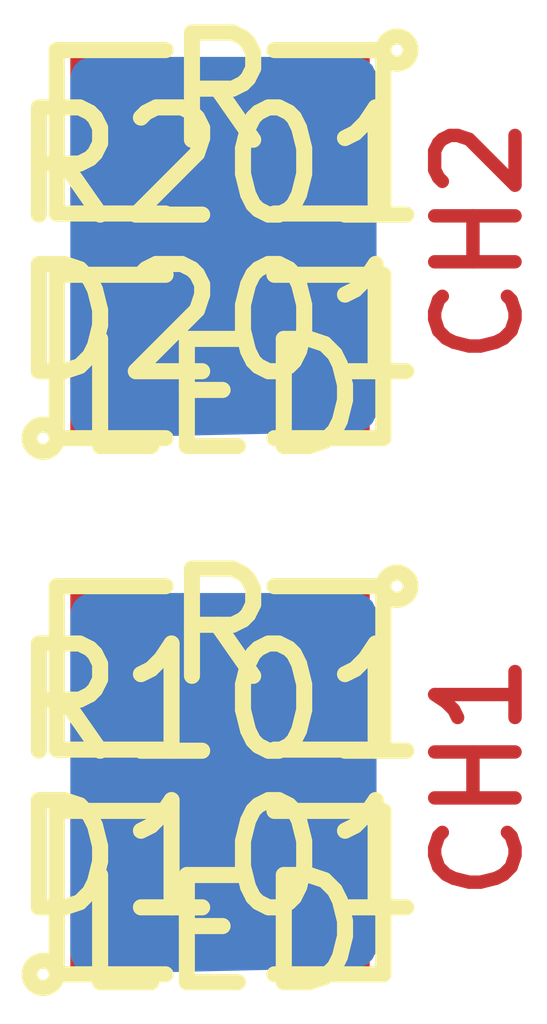
<source format=kicad_pcb>
(kicad_pcb (version 4) (host pcbnew "(2015-02-01 BZR 5398)-product")

  (general
    (links 0)
    (no_connects 0)
    (area 0 0 0 0)
    (thickness 1.6)
    (drawings 2)
    (tracks 2)
    (zones 0)
    (modules 4)
    (nets 2)
  )

  (page A4)
  (layers
    (0 F.Cu signal)
    (31 B.Cu signal)
    (32 B.Adhes user)
    (33 F.Adhes user)
    (34 B.Paste user)
    (35 F.Paste user)
    (36 B.SilkS user)
    (37 F.SilkS user)
    (38 B.Mask user)
    (39 F.Mask user)
    (40 Dwgs.User user)
    (41 Cmts.User user)
    (42 Eco1.User user)
    (43 Eco2.User user)
    (44 Edge.Cuts user)
    (45 Margin user)
    (46 B.CrtYd user)
    (47 F.CrtYd user)
    (48 B.Fab user)
    (49 F.Fab user)
  )

  (setup
    (last_trace_width 0.254)
    (trace_clearance 0.254)
    (zone_clearance 0.508)
    (zone_45_only no)
    (trace_min 0.254)
    (segment_width 0.2)
    (edge_width 0.1)
    (via_size 0.889)
    (via_drill 0.635)
    (via_min_size 0.889)
    (via_min_drill 0.508)
    (uvia_size 0.508)
    (uvia_drill 0.127)
    (uvias_allowed no)
    (uvia_min_size 0.508)
    (uvia_min_drill 0.127)
    (pcb_text_width 0.3)
    (pcb_text_size 1.5 1.5)
    (mod_edge_width 0.15)
    (mod_text_size 1 1)
    (mod_text_width 0.15)
    (pad_size 1.5 1.5)
    (pad_drill 0.6)
    (pad_to_mask_clearance 0)
    (aux_axis_origin 0 0)
    (visible_elements FFFFFF7F)
    (pcbplotparams
      (layerselection 0x00030_80000001)
      (usegerberextensions false)
      (excludeedgelayer true)
      (linewidth 0.100000)
      (plotframeref false)
      (viasonmask false)
      (mode 1)
      (useauxorigin false)
      (hpglpennumber 1)
      (hpglpenspeed 20)
      (hpglpendiameter 15)
      (hpglpenoverlay 2)
      (psnegative false)
      (psa4output false)
      (plotreference true)
      (plotvalue true)
      (plotinvisibletext false)
      (padsonsilk false)
      (subtractmaskfromsilk false)
      (outputformat 1)
      (mirror false)
      (drillshape 1)
      (scaleselection 1)
      (outputdirectory ""))
  )

  (net 0 "")
  (net 1 "Net-(D1-Pad2)")

  (net_class Default "This is the default net class."
    (clearance 0.254)
    (trace_width 0.254)
    (via_dia 0.889)
    (via_drill 0.635)
    (uvia_dia 0.508)
    (uvia_drill 0.127)
  )

  (module SMD_Packages:SMD-0805 (layer F.Cu) (tedit 54CE0B05) (tstamp 54CE22E0)
    (at 148.463 99.902 180)
    (path /54CE04A8)
    (attr smd)
    (fp_text reference R201 (at 0 -0.3175 180) (layer F.SilkS)
      (effects (font (size 1 1) (thickness 0.15)))
    )
    (fp_text value R (at 0 0.381 180) (layer F.SilkS)
      (effects (font (size 1 1) (thickness 0.15)))
    )
    (fp_circle (center -1.651 0.762) (end -1.651 0.635) (layer F.SilkS) (width 0.15))
    (fp_line (start -0.508 0.762) (end -1.524 0.762) (layer F.SilkS) (width 0.15))
    (fp_line (start -1.524 0.762) (end -1.524 -0.762) (layer F.SilkS) (width 0.15))
    (fp_line (start -1.524 -0.762) (end -0.508 -0.762) (layer F.SilkS) (width 0.15))
    (fp_line (start 0.508 -0.762) (end 1.524 -0.762) (layer F.SilkS) (width 0.15))
    (fp_line (start 1.524 -0.762) (end 1.524 0.762) (layer F.SilkS) (width 0.15))
    (fp_line (start 1.524 0.762) (end 0.508 0.762) (layer F.SilkS) (width 0.15))
    (pad 1 smd rect (at -0.9525 0 180) (size 0.889 1.397) (layers F.Cu F.Paste F.Mask)
      (net 1 "Net-(D1-Pad2)"))
    (pad 2 smd rect (at 0.9525 0 180) (size 0.889 1.397) (layers F.Cu F.Paste F.Mask))
    (model SMD_Packages/SMD-0805.wrl
      (at (xyz 0 0 0))
      (scale (xyz 0.1 0.1 0.1))
      (rotate (xyz 0 0 0))
    )
  )

  (module SMD_Packages:SMD-0805 (layer F.Cu) (tedit 54CE0B05) (tstamp 54CE22D4)
    (at 148.463 101.9975)
    (path /54CE0528)
    (attr smd)
    (fp_text reference D201 (at 0 -0.3175) (layer F.SilkS)
      (effects (font (size 1 1) (thickness 0.15)))
    )
    (fp_text value LED (at 0 0.381) (layer F.SilkS)
      (effects (font (size 1 1) (thickness 0.15)))
    )
    (fp_circle (center -1.651 0.762) (end -1.651 0.635) (layer F.SilkS) (width 0.15))
    (fp_line (start -0.508 0.762) (end -1.524 0.762) (layer F.SilkS) (width 0.15))
    (fp_line (start -1.524 0.762) (end -1.524 -0.762) (layer F.SilkS) (width 0.15))
    (fp_line (start -1.524 -0.762) (end -0.508 -0.762) (layer F.SilkS) (width 0.15))
    (fp_line (start 0.508 -0.762) (end 1.524 -0.762) (layer F.SilkS) (width 0.15))
    (fp_line (start 1.524 -0.762) (end 1.524 0.762) (layer F.SilkS) (width 0.15))
    (fp_line (start 1.524 0.762) (end 0.508 0.762) (layer F.SilkS) (width 0.15))
    (pad 1 smd rect (at -0.9525 0) (size 0.889 1.397) (layers F.Cu F.Paste F.Mask))
    (pad 2 smd rect (at 0.9525 0) (size 0.889 1.397) (layers F.Cu F.Paste F.Mask)
      (net 1 "Net-(D1-Pad2)"))
    (model SMD_Packages/SMD-0805.wrl
      (at (xyz 0 0 0))
      (scale (xyz 0.1 0.1 0.1))
      (rotate (xyz 0 0 0))
    )
  )

  (module SMD_Packages:SMD-0805 (layer F.Cu) (tedit 54CE0B05) (tstamp 54CE0B1D)
    (at 148.463 106.9975)
    (path /54CE0528)
    (attr smd)
    (fp_text reference D101 (at 0 -0.3175) (layer F.SilkS)
      (effects (font (size 1 1) (thickness 0.15)))
    )
    (fp_text value LED (at 0 0.381) (layer F.SilkS)
      (effects (font (size 1 1) (thickness 0.15)))
    )
    (fp_circle (center -1.651 0.762) (end -1.651 0.635) (layer F.SilkS) (width 0.15))
    (fp_line (start -0.508 0.762) (end -1.524 0.762) (layer F.SilkS) (width 0.15))
    (fp_line (start -1.524 0.762) (end -1.524 -0.762) (layer F.SilkS) (width 0.15))
    (fp_line (start -1.524 -0.762) (end -0.508 -0.762) (layer F.SilkS) (width 0.15))
    (fp_line (start 0.508 -0.762) (end 1.524 -0.762) (layer F.SilkS) (width 0.15))
    (fp_line (start 1.524 -0.762) (end 1.524 0.762) (layer F.SilkS) (width 0.15))
    (fp_line (start 1.524 0.762) (end 0.508 0.762) (layer F.SilkS) (width 0.15))
    (pad 1 smd rect (at -0.9525 0) (size 0.889 1.397) (layers F.Cu F.Paste F.Mask))
    (pad 2 smd rect (at 0.9525 0) (size 0.889 1.397) (layers F.Cu F.Paste F.Mask)
      (net 1 "Net-(D1-Pad2)"))
    (model SMD_Packages/SMD-0805.wrl
      (at (xyz 0 0 0))
      (scale (xyz 0.1 0.1 0.1))
      (rotate (xyz 0 0 0))
    )
  )

  (module SMD_Packages:SMD-0805 (layer F.Cu) (tedit 54CE0B05) (tstamp 54CE0B2A)
    (at 148.463 104.902 180)
    (path /54CE04A8)
    (attr smd)
    (fp_text reference R101 (at 0 -0.3175 180) (layer F.SilkS)
      (effects (font (size 1 1) (thickness 0.15)))
    )
    (fp_text value R (at 0 0.381 180) (layer F.SilkS)
      (effects (font (size 1 1) (thickness 0.15)))
    )
    (fp_circle (center -1.651 0.762) (end -1.651 0.635) (layer F.SilkS) (width 0.15))
    (fp_line (start -0.508 0.762) (end -1.524 0.762) (layer F.SilkS) (width 0.15))
    (fp_line (start -1.524 0.762) (end -1.524 -0.762) (layer F.SilkS) (width 0.15))
    (fp_line (start -1.524 -0.762) (end -0.508 -0.762) (layer F.SilkS) (width 0.15))
    (fp_line (start 0.508 -0.762) (end 1.524 -0.762) (layer F.SilkS) (width 0.15))
    (fp_line (start 1.524 -0.762) (end 1.524 0.762) (layer F.SilkS) (width 0.15))
    (fp_line (start 1.524 0.762) (end 0.508 0.762) (layer F.SilkS) (width 0.15))
    (pad 1 smd rect (at -0.9525 0 180) (size 0.889 1.397) (layers F.Cu F.Paste F.Mask)
      (net 1 "Net-(D1-Pad2)"))
    (pad 2 smd rect (at 0.9525 0 180) (size 0.889 1.397) (layers F.Cu F.Paste F.Mask))
    (model SMD_Packages/SMD-0805.wrl
      (at (xyz 0 0 0))
      (scale (xyz 0.1 0.1 0.1))
      (rotate (xyz 0 0 0))
    )
  )

  (gr_text CH2 (at 150.876 100.918 90) (layer F.Cu) (tstamp 54CE22D2)
    (effects (font (size 0.75 0.75) (thickness 0.125)))
  )
  (gr_text CH1 (at 150.876 105.918 90) (layer F.Cu)
    (effects (font (size 0.75 0.75) (thickness 0.125)))
  )

  (segment (start 149.4155 99.902) (end 149.4155 101.9975) (width 0.254) (layer F.Cu) (net 1) (tstamp 54CE22D3))
  (segment (start 149.4155 104.902) (end 149.4155 106.9975) (width 0.254) (layer F.Cu) (net 1))

  (zone (net 0) (net_name "") (layer B.Cu) (tstamp 54CE0B9B) (hatch edge 0.508)
    (connect_pads (clearance 0.508))
    (min_thickness 0.4)
    (fill yes (arc_segments 16) (thermal_gap 0.508) (thermal_bridge_width 0.508))
    (polygon
      (pts
        (xy 149.9235 107.696) (xy 147.066 107.7595) (xy 147.066 104.2035) (xy 149.9235 104.2035)
      )
    )
    (filled_polygon
      (pts
        (xy 149.7235 107.500395) (xy 147.266 107.555006) (xy 147.266 104.4035) (xy 149.7235 104.4035) (xy 149.7235 107.500395)
      )
    )
  )
  (zone (net 1) (net_name "Net-(D1-Pad2)") (layer F.Cu) (tstamp 54CE0BA6) (hatch edge 0.508)
    (connect_pads yes (clearance 0.508))
    (min_thickness 0.4)
    (fill yes (arc_segments 16) (thermal_gap 0.508) (thermal_bridge_width 0.508))
    (polygon
      (pts
        (xy 149.86 107.696) (xy 148.971 107.696) (xy 148.971 104.2035) (xy 149.86 104.2035)
      )
    )
    (filled_polygon
      (pts
        (xy 149.66 107.496) (xy 149.171 107.496) (xy 149.171 104.4035) (xy 149.66 104.4035) (xy 149.66 107.496)
      )
    )
  )
  (zone (net 0) (net_name "") (layer B.Cu) (tstamp 54CE22EC) (hatch edge 0.508)
    (connect_pads (clearance 0.508))
    (min_thickness 0.4)
    (fill yes (arc_segments 16) (thermal_gap 0.508) (thermal_bridge_width 0.508))
    (polygon
      (pts
        (xy 149.9235 102.696) (xy 147.066 102.7595) (xy 147.066 99.2035) (xy 149.9235 99.2035)
      )
    )
    (filled_polygon
      (pts
        (xy 149.7235 102.500395) (xy 147.266 102.555006) (xy 147.266 99.4035) (xy 149.7235 99.4035) (xy 149.7235 102.500395)
      )
    )
  )
  (zone (net 1) (net_name "Net-(D1-Pad2)") (layer F.Cu) (tstamp 54CE22ED) (hatch edge 0.508)
    (connect_pads yes (clearance 0.508))
    (min_thickness 0.4)
    (fill yes (arc_segments 16) (thermal_gap 0.508) (thermal_bridge_width 0.508))
    (polygon
      (pts
        (xy 149.86 102.696) (xy 148.971 102.696) (xy 148.971 99.2035) (xy 149.86 99.2035)
      )
    )
    (filled_polygon
      (pts
        (xy 149.66 102.496) (xy 149.171 102.496) (xy 149.171 99.4035) (xy 149.66 99.4035) (xy 149.66 102.496)
      )
    )
  )
)

</source>
